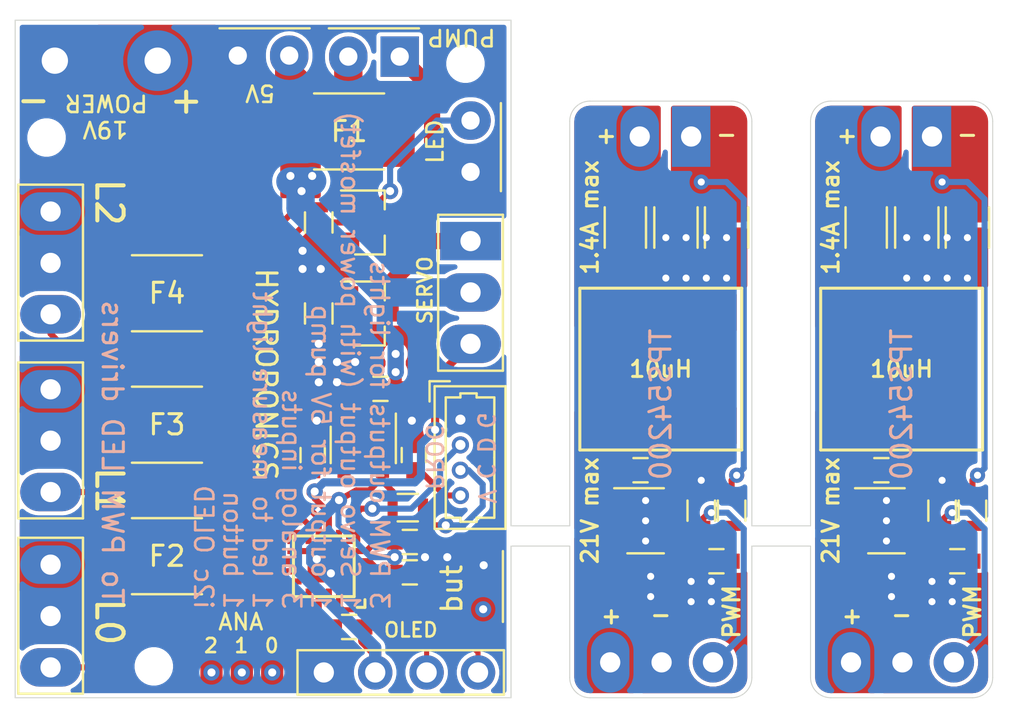
<source format=kicad_pcb>
(kicad_pcb (version 20171130) (host pcbnew "(5.0.0)")
  (layers (0 F.Cu signal) (31 B.Cu signal) (34 B.Paste user) (35 F.Paste user) (36 B.SilkS user) (37 F.SilkS user) (38 B.Mask user) (39 F.Mask user) (44 Edge.Cuts user))
  (net 0 "")
  (net 1 GND)
  (net 2 "Net-(C2-Pad1)")
  (net 3 /C2D)
  (net 4 /C2C)
  (net 5 /SDA)
  (net 6 /SCL)
  (net 7 /BUT)
  (net 8 "Net-(U2-Pad7)")
  (net 9 +5V)
  (net 10 +3V3)
  (net 11 "Net-(F1-Pad1)")
  (net 12 "Net-(F2-Pad1)")
  (net 13 +VDC)
  (net 14 "Net-(F3-Pad1)")
  (net 15 "Net-(F4-Pad1)")
  (net 16 "Net-(J2-Pad1)")
  (net 17 /LED)
  (net 18 "Net-(J7-Pad1)")
  (net 19 /SERVs)
  (net 20 /PWM0)
  (net 21 /PWM1)
  (net 22 /PWM2)
  (net 23 /SERVpwr)
  (net 24 /ANA0)
  (net 25 /ANA2)
  (net 26 /ANA1)
  (net 27 /PUMP)
  (net 28 "Net-(U2-Pad19)")
  (net 29 +12V)
  (net 30 /OUT1+)
  (net 31 /OUT1-)
  (net 32 "Net-(C3-Pad2)")
  (net 33 "Net-(C3-Pad1)")
  (net 34 "Net-(C4-Pad1)")
  (net 35 /PWMIN)
  (module TO_SOT_Packages_SMD:SOT-23-6 (layer F.Cu) (at 148.15 88.25)
    (fp_text reference U1 hide)
    (fp_text value TPS5420x)
    (pad 5 smd rect (at 1.1 0) (size 1.06 0.65) (layers F.Cu F.Paste F.Mask) (net 35 /PWMIN))
    (pad 6 smd rect (at 1.1 -0.95) (size 1.06 0.65) (layers F.Cu F.Paste F.Mask) (net 32 "Net-(C3-Pad2)"))
    (pad 4 smd rect (at 1.1 0.95) (size 1.06 0.65) (layers F.Cu F.Paste F.Mask) (net 34 "Net-(C4-Pad1)"))
    (pad 3 smd rect (at -1.1 0.95) (size 1.06 0.65) (layers F.Cu F.Paste F.Mask) (net 29 +12V))
    (pad 2 smd rect (at -1.1 0) (size 1.06 0.65) (layers F.Cu F.Paste F.Mask) (net 33 "Net-(C3-Pad1)"))
    (pad 1 smd rect (at -1.1 -0.95) (size 1.06 0.65) (layers F.Cu F.Paste F.Mask) (net 1 GND))
  )
  (module Capacitors_SMD:C_0603 (layer F.Cu) (at 147.9 85.75)
    (fp_text reference C3 hide)
    (fp_text value 100n)
    (pad 1 smd rect (at -0.75 0) (size 0.8 0.75) (layers F.Cu F.Paste F.Mask) (net 33 "Net-(C3-Pad1)"))
    (pad 2 smd rect (at 0.75 0) (size 0.8 0.75) (layers F.Cu F.Paste F.Mask) (net 32 "Net-(C3-Pad2)"))
  )
  (module Capacitors_SMD:C_1206 (layer F.Cu) (at 147.15 73.75 90)
    (fp_text reference C2 hide)
    (fp_text value 10uF)
    (pad 2 smd rect (at 1.5 0 90) (size 1 1.6) (layers F.Cu F.Paste F.Mask) (net 31 /OUT1-))
    (pad 1 smd rect (at -1.5 0 90) (size 1 1.6) (layers F.Cu F.Paste F.Mask) (net 30 /OUT1+))
  )
  (module Capacitors_SMD:C_0603 (layer F.Cu) (at 151.65 90.25 180)
    (fp_text reference C4 hide)
    (fp_text value 82n)
    (pad 1 smd rect (at -0.75 0 180) (size 0.8 0.75) (layers F.Cu F.Paste F.Mask) (net 34 "Net-(C4-Pad1)"))
    (pad 2 smd rect (at 0.75 0 180) (size 0.8 0.75) (layers F.Cu F.Paste F.Mask) (net 1 GND))
  )
  (module KiCadCustomLibs:Conn_1x02_2.54mm (layer F.Cu) (at 150.4 69.25 270)
    (fp_text reference J3 hide)
    (fp_text value LEDS hide)
    (pad 2 thru_hole oval (at 0 2.54 270) (size 3 1.9) (drill 1) (layers *.Cu *.Mask) (net 30 /OUT1+))
    (pad 1 thru_hole rect (at 0 0 270) (size 3 1.9) (drill 1) (layers *.Cu *.Mask) (net 31 /OUT1-))
  )
  (module Capacitors_SMD:C_1206 (layer F.Cu) (at 147.9 91.5)
    (fp_text reference C1 hide)
    (fp_text value 10uF)
    (pad 2 smd rect (at 1.5 0) (size 1 1.6) (layers F.Cu F.Paste F.Mask) (net 1 GND))
    (pad 1 smd rect (at -1.5 0) (size 1 1.6) (layers F.Cu F.Paste F.Mask) (net 29 +12V))
  )
  (module KiCadCustomLibs:NR8040_Inductor (layer F.Cu) (at 148.9 80.75 90)
    (fp_text reference L1 hide)
    (fp_text value 10uH (at 0 0 180) (layer F.SilkS) (effects (font (size 0.8 0.8))))
    (pad 1 smd rect (at -2.8 0 90) (size 1.8 7.5) (layers F.Cu F.Paste F.Mask) (net 33 "Net-(C3-Pad1)"))
    (pad 2 smd rect (at 2.8 0 90) (size 1.8 7.5) (layers F.Cu F.Paste F.Mask) (net 30 /OUT1+))
  )
  (module KiCadCustomLibs:Conn-1pinD1.0mm (layer F.Cu) (at 151.48 95.25 90)
    (fp_text reference J1 hide)
    (fp_text value PWM)
    (pad 1 thru_hole circle (at 0 0 90) (size 2 2) (drill 1) (layers *.Cu *.Mask) (net 35 /PWMIN))
  )
  (module Resistors_SMD:R_1206 (layer F.Cu) (at 149.65 73.75 90)
    (fp_text reference R2 hide)
    (fp_text value 0.24)
    (pad 2 smd rect (at 1.45 0 90) (size 0.9 1.7) (layers F.Cu F.Paste F.Mask) (net 31 /OUT1-))
    (pad 1 smd rect (at -1.45 0 90) (size 0.9 1.7) (layers F.Cu F.Paste F.Mask) (net 1 GND))
  )
  (module Resistors_SMD:R_0603 (layer F.Cu) (at 152.4 87.75 270)
    (fp_text reference R3 hide)
    (fp_text value 910)
    (pad 2 smd rect (at 0.75 0 270) (size 0.5 0.9) (layers F.Cu F.Paste F.Mask) (net 34 "Net-(C4-Pad1)"))
    (pad 1 smd rect (at -0.75 0 270) (size 0.5 0.9) (layers F.Cu F.Paste F.Mask) (net 31 /OUT1-))
  )
  (module Resistors_SMD:R_1206 (layer F.Cu) (at 152.15 73.75 90)
    (fp_text reference R1 hide)
    (fp_text value 0.36)
    (pad 1 smd rect (at -1.45 0 90) (size 0.9 1.7) (layers F.Cu F.Paste F.Mask) (net 1 GND))
    (pad 2 smd rect (at 1.45 0 90) (size 0.9 1.7) (layers F.Cu F.Paste F.Mask) (net 31 /OUT1-))
  )
  (module KiCadCustomLibs:Conn_1x02_2.54mm (layer F.Cu) (at 148.94 95.25 270)
    (fp_text reference J2 hide)
    (fp_text value PWR hide)
    (pad 2 thru_hole oval (at 0 2.54 270) (size 3 1.9) (drill 1) (layers *.Cu *.Mask) (net 29 +12V))
    (pad 1 thru_hole rect (at 0 0 270) (size 3 1.9) (drill 1) (layers *.Cu *.Mask) (net 1 GND))
  )
  (module Resistors_SMD:R_0603 (layer F.Cu) (at 150.9 87.75 270)
    (fp_text reference R4 hide)
    (fp_text value 10K)
    (pad 2 smd rect (at 0.75 0 270) (size 0.5 0.9) (layers F.Cu F.Paste F.Mask) (net 35 /PWMIN))
    (pad 1 smd rect (at -0.75 0 270) (size 0.5 0.9) (layers F.Cu F.Paste F.Mask) (net 1 GND))
  )
  (module KiCadCustomLibs:Conn_1x03_2.54mm (layer F.Cu) (at 106.85 78.04 180)
    (fp_text reference J10 hide)
    (fp_text value LIGHT2 hide)
    (pad 1 thru_hole oval (at 0 0 180) (size 3 1.9) (drill 1) (layers *.Cu *.Mask) (net 22 /PWM2))
    (pad 2 thru_hole rect (at 0 2.54 180) (size 3 1.9) (drill 1) (layers *.Cu *.Mask) (net 1 GND))
    (pad 3 thru_hole oval (at 0 5.08 180) (size 3 1.9) (drill 1) (layers *.Cu *.Mask) (net 15 "Net-(F4-Pad1)"))
  )
  (module KiCadCustomLibs:Conn_1x03_2.54mm (layer F.Cu) (at 106.85 86.83 180)
    (fp_text reference J9 hide)
    (fp_text value LIGHT1 hide)
    (pad 1 thru_hole oval (at 0 0 180) (size 3 1.9) (drill 1) (layers *.Cu *.Mask) (net 21 /PWM1))
    (pad 2 thru_hole rect (at 0 2.54 180) (size 3 1.9) (drill 1) (layers *.Cu *.Mask) (net 1 GND))
    (pad 3 thru_hole oval (at 0 5.08 180) (size 3 1.9) (drill 1) (layers *.Cu *.Mask) (net 14 "Net-(F3-Pad1)"))
  )
  (module KiCadCustomLibs:Conn_1x03_2.54mm (layer F.Cu) (at 106.85 95.5 180)
    (fp_text reference J8 hide)
    (fp_text value LIGHT0 hide)
    (pad 1 thru_hole oval (at 0 0 180) (size 3 1.9) (drill 1) (layers *.Cu *.Mask) (net 20 /PWM0))
    (pad 2 thru_hole rect (at 0 2.54 180) (size 3 1.9) (drill 1) (layers *.Cu *.Mask) (net 1 GND))
    (pad 3 thru_hole oval (at 0 5.08 180) (size 3 1.9) (drill 1) (layers *.Cu *.Mask) (net 12 "Net-(F2-Pad1)"))
  )
  (module KiCadCustomLibs:PROG-3pin (layer F.Cu) (at 116.3 95.75)
    (fp_text reference J11 hide)
    (fp_text value ANA (at -0.05 -2.5) (layer F.SilkS) (effects (font (size 0.8 0.8) (thickness 0.13))))
    (pad 1 smd oval (at 1.5 0) (size 1.1 1.5) (layers F.Cu F.Mask) (net 24 /ANA0))
    (pad 3 smd oval (at -1.5 0) (size 1.1 1.5) (layers F.Cu F.Mask) (net 25 /ANA2))
    (pad 2 smd oval (at 0 0) (size 1.1 1.5) (layers F.Cu F.Mask) (net 26 /ANA1))
  )
  (module KiCadCustomLibs:MountingHole_1.5mm (layer F.Cu) (at 127.35 65.65)
    (fp_text reference REF** hide)
    (fp_text value hole hide)
    (pad "" np_thru_hole circle (at 0 0) (size 1.5 1.5) (drill 1.5) (layers *.Cu *.Mask))
  )
  (module KiCadCustomLibs:MountingHole_1.5mm (layer F.Cu) (at 106.65 69.3)
    (fp_text reference REF** hide)
    (fp_text value hole hide)
    (pad "" np_thru_hole circle (at 0 0) (size 1.5 1.5) (drill 1.5) (layers *.Cu *.Mask))
  )
  (module KiCadCustomLibs:MountingHole_1.5mm (layer F.Cu) (at 111.95 95.45)
    (fp_text reference REF** hide)
    (fp_text value hole hide)
    (pad "" np_thru_hole circle (at 0 0) (size 1.5 1.5) (drill 1.5) (layers *.Cu *.Mask))
  )
  (module Pin_Headers:Pin_Header_Straight_1x04_Pitch2.54mm (layer F.Cu) (at 120.35 95.75 90)
    (fp_text reference J3 hide)
    (fp_text value OLED)
    (pad 1 thru_hole rect (at 0 0 90) (size 1.7 1.7) (drill 1) (layers *.Cu *.Mask) (net 1 GND))
    (pad 2 thru_hole oval (at 0 2.54 90) (size 1.7 1.7) (drill 1) (layers *.Cu *.Mask) (net 10 +3V3))
    (pad 3 thru_hole oval (at 0 5.08 90) (size 1.7 1.7) (drill 1) (layers *.Cu *.Mask) (net 6 /SCL))
    (pad 4 thru_hole oval (at 0 7.62 90) (size 1.7 1.7) (drill 1) (layers *.Cu *.Mask) (net 5 /SDA))
  )
  (module KiCadCustomLibs:Conn_1x03_2.54mm (layer F.Cu) (at 127.6 74.42)
    (fp_text reference J7 hide)
    (fp_text value SERVO hide)
    (pad 1 thru_hole rect (at 0 0) (size 3 1.9) (drill 1) (layers *.Cu *.Mask) (net 18 "Net-(J7-Pad1)"))
    (pad 2 thru_hole oval (at 0 2.54) (size 3 1.9) (drill 1) (layers *.Cu *.Mask) (net 9 +5V))
    (pad 3 thru_hole oval (at 0 5.08) (size 3 1.9) (drill 1) (layers *.Cu *.Mask) (net 19 /SERVs))
  )
  (module KiCadCustomLibs:QFN20 (layer F.Cu) (at 120.35 90.5 90)
    (fp_text reference U2 hide)
    (fp_text value EFM8BB1 hide)
    (pad 2 smd rect (at -0.75 1.45 90) (size 0.3 0.7) (layers F.Cu F.Paste F.Mask) (net 7 /BUT))
    (pad 3 smd rect (at -0.25 1.45 90) (size 0.3 0.7) (layers F.Cu F.Paste F.Mask) (net 1 GND))
    (pad 4 smd rect (at 0.25 1.45 90) (size 0.3 0.7) (layers F.Cu F.Paste F.Mask) (net 10 +3V3))
    (pad 5 smd rect (at 0.75 1.45 90) (size 0.3 0.7) (layers F.Cu F.Paste F.Mask) (net 4 /C2C))
    (pad 8 smd rect (at 1.45 0.25 180) (size 0.3 0.7) (layers F.Cu F.Paste F.Mask) (net 19 /SERVs))
    (pad 9 smd rect (at 1.45 -0.25 180) (size 0.3 0.7) (layers F.Cu F.Paste F.Mask) (net 23 /SERVpwr))
    (pad 7 smd rect (at 1.45 0.75 180) (size 0.3 0.7) (layers F.Cu F.Paste F.Mask) (net 8 "Net-(U2-Pad7)"))
    (pad 6 smd rect (at 1.45 1.45 90) (size 0.7 0.7) (layers F.Cu F.Paste F.Mask) (net 3 /C2D))
    (pad 10 smd rect (at 1.45 -0.75 180) (size 0.3 0.7) (layers F.Cu F.Paste F.Mask) (net 17 /LED))
    (pad 11 smd rect (at 1.45 -1.45 90) (size 0.7 0.7) (layers F.Cu F.Paste F.Mask) (net 27 /PUMP))
    (pad 12 smd rect (at 0.75 -1.45 90) (size 0.3 0.7) (layers F.Cu F.Paste F.Mask) (net 1 GND))
    (pad 17 smd rect (at -1.45 -0.75 180) (size 0.3 0.7) (layers F.Cu F.Paste F.Mask) (net 26 /ANA1))
    (pad 18 smd rect (at -1.45 -0.25 180) (size 0.3 0.7) (layers F.Cu F.Paste F.Mask) (net 24 /ANA0))
    (pad 19 smd rect (at -1.45 0.25 180) (size 0.3 0.7) (layers F.Cu F.Paste F.Mask) (net 28 "Net-(U2-Pad19)"))
    (pad 13 smd rect (at 0.25 -1.45 90) (size 0.3 0.7) (layers F.Cu F.Paste F.Mask) (net 22 /PWM2))
    (pad 15 smd rect (at -0.75 -1.45 90) (size 0.3 0.7) (layers F.Cu F.Paste F.Mask) (net 20 /PWM0))
    (pad 14 smd rect (at -0.25 -1.45 90) (size 0.3 0.7) (layers F.Cu F.Paste F.Mask) (net 21 /PWM1))
    (pad 20 smd rect (at -1.45 0.75 180) (size 0.3 0.7) (layers F.Cu F.Paste F.Mask) (net 6 /SCL))
    (pad 21 smd rect (at 0 0 90) (size 1.6 1.6) (layers F.Cu F.Paste F.Mask) (net 1 GND))
    (pad 16 smd rect (at -1.45 -1.45 90) (size 0.7 0.7) (layers F.Cu F.Paste F.Mask) (net 25 /ANA2))
    (pad 1 smd rect (at -1.45 1.45 90) (size 0.7 0.7) (layers F.Cu F.Paste F.Mask) (net 5 /SDA))
  )
  (module TO_SOT_Packages_SMD:SOT-23-5 (layer F.Cu) (at 122.3 84.5 270)
    (fp_text reference U1 hide)
    (fp_text value MIC5219-3.3 hide)
    (pad 1 smd rect (at -1.1 -0.95 270) (size 1.06 0.65) (layers F.Cu F.Paste F.Mask) (net 9 +5V))
    (pad 2 smd rect (at -1.1 0 270) (size 1.06 0.65) (layers F.Cu F.Paste F.Mask) (net 1 GND))
    (pad 3 smd rect (at -1.1 0.95 270) (size 1.06 0.65) (layers F.Cu F.Paste F.Mask) (net 9 +5V))
    (pad 4 smd rect (at 1.1 0.95 270) (size 1.06 0.65) (layers F.Cu F.Paste F.Mask) (net 2 "Net-(C2-Pad1)"))
    (pad 5 smd rect (at 1.1 -0.95 270) (size 1.06 0.65) (layers F.Cu F.Paste F.Mask) (net 10 +3V3))
  )
  (module KiCadCustomLibs:POWER2PIN_2 (layer F.Cu) (at 128.225 91.525 90)
    (fp_text reference SW2 hide)
    (fp_text value but (at -0.1 -1.55 90) (layer F.SilkS))
    (pad 2 smd rect (at 1.1 0 90) (size 1.5 1.5) (layers F.Cu F.Paste F.Mask) (net 1 GND))
    (pad 1 smd rect (at -1.1 0 90) (size 1.5 1.5) (layers F.Cu F.Paste F.Mask) (net 7 /BUT))
  )
  (module Resistors_SMD:R_0603 (layer F.Cu) (at 120.1 78 270)
    (fp_text reference R3 hide)
    (fp_text value 10K hide)
    (pad 1 smd rect (at -0.75 0 270) (size 0.5 0.9) (layers F.Cu F.Paste F.Mask) (net 23 /SERVpwr))
    (pad 2 smd rect (at 0.75 0 270) (size 0.5 0.9) (layers F.Cu F.Paste F.Mask) (net 1 GND))
  )
  (module Resistors_SMD:R_0603 (layer F.Cu) (at 120.1 73.5 270)
    (fp_text reference R2 hide)
    (fp_text value 10K hide)
    (pad 1 smd rect (at -0.75 0 270) (size 0.5 0.9) (layers F.Cu F.Paste F.Mask) (net 27 /PUMP))
    (pad 2 smd rect (at 0.75 0 270) (size 0.5 0.9) (layers F.Cu F.Paste F.Mask) (net 1 GND))
  )
  (module Resistors_SMD:R_0603 (layer F.Cu) (at 124.5 87.6)
    (fp_text reference R1 hide)
    (fp_text value 10K hide)
    (pad 1 smd rect (at -0.75 0) (size 0.5 0.9) (layers F.Cu F.Paste F.Mask) (net 10 +3V3))
    (pad 2 smd rect (at 0.75 0) (size 0.5 0.9) (layers F.Cu F.Paste F.Mask) (net 4 /C2C))
  )
  (module TO_SOT_Packages_SMD:SOT-23 (layer F.Cu) (at 122.6 73.5)
    (fp_text reference Q2 hide)
    (fp_text value SI2312 hide)
    (pad 1 smd rect (at -1 -0.95) (size 0.9 0.8) (layers F.Cu F.Paste F.Mask) (net 27 /PUMP))
    (pad 2 smd rect (at -1 0.95) (size 0.9 0.8) (layers F.Cu F.Paste F.Mask) (net 1 GND))
    (pad 3 smd rect (at 1 0) (size 0.9 0.8) (layers F.Cu F.Paste F.Mask) (net 16 "Net-(J2-Pad1)"))
  )
  (module TO_SOT_Packages_SMD:SOT-23 (layer F.Cu) (at 122.6 78)
    (fp_text reference Q1 hide)
    (fp_text value SI2312 hide)
    (pad 1 smd rect (at -1 -0.95) (size 0.9 0.8) (layers F.Cu F.Paste F.Mask) (net 23 /SERVpwr))
    (pad 2 smd rect (at -1 0.95) (size 0.9 0.8) (layers F.Cu F.Paste F.Mask) (net 1 GND))
    (pad 3 smd rect (at 1 0) (size 0.9 0.8) (layers F.Cu F.Paste F.Mask) (net 18 "Net-(J7-Pad1)"))
  )
  (module KiCadCustomLibs:Conn_1x02_2.54_0.9mm (layer F.Cu) (at 127.6 71 180)
    (fp_text reference J6 hide)
    (fp_text value LEDsens hide)
    (pad 2 thru_hole oval (at 0 2.54 180) (size 2 1.9) (drill 0.9) (layers *.Cu *.Mask) (net 17 /LED))
    (pad 1 thru_hole rect (at 0 0 180) (size 2 1.9) (drill 0.9) (layers *.Cu *.Mask) (net 1 GND))
  )
  (module Connectors_Molex:Molex_PicoBlade_53047-0410_04x1.25mm_Straight (layer F.Cu) (at 127.1 83.25 270)
    (fp_text reference J5 hide)
    (fp_text value PROG)
    (pad 1 thru_hole rect (at 0 0 270) (size 0.85 0.85) (drill 0.5) (layers *.Cu *.Mask) (net 1 GND))
    (pad 2 thru_hole circle (at 1.25 0 270) (size 0.85 0.85) (drill 0.5) (layers *.Cu *.Mask) (net 3 /C2D))
    (pad 3 thru_hole circle (at 2.5 0 270) (size 0.85 0.85) (drill 0.5) (layers *.Cu *.Mask) (net 4 /C2C))
    (pad 4 thru_hole circle (at 3.75 0 270) (size 0.85 0.85) (drill 0.5) (layers *.Cu *.Mask) (net 10 +3V3))
  )
  (module KiCadCustomLibs:Conn_1x02_2.54_0.9mm (layer F.Cu) (at 116.1 65.25 90)
    (fp_text reference J4 hide)
    (fp_text value 5VDC hide)
    (pad 2 thru_hole oval (at 0 2.54 90) (size 2 1.9) (drill 0.9) (layers *.Cu *.Mask) (net 9 +5V))
    (pad 1 thru_hole rect (at 0 0 90) (size 2 1.9) (drill 0.9) (layers *.Cu *.Mask) (net 1 GND))
  )
  (module KiCadCustomLibs:Conn_1x02_2.54_0.9mm (layer F.Cu) (at 124.1 65.3 270)
    (fp_text reference J2 hide)
    (fp_text value PUMP hide)
    (pad 2 thru_hole oval (at 0 2.54 270) (size 2 1.9) (drill 0.9) (layers *.Cu *.Mask) (net 11 "Net-(F1-Pad1)"))
    (pad 1 thru_hole rect (at 0 0 270) (size 2 1.9) (drill 0.9) (layers *.Cu *.Mask) (net 16 "Net-(J2-Pad1)"))
  )
  (module KiCadCustomLibs:Conn_Power (layer F.Cu) (at 109.6 65.5)
    (fp_text reference J1 hide)
    (fp_text value POWER (at 0 2.1 180 unlocked) (layer F.SilkS) (effects (font (size 0.8 0.8) (thickness 0.13))))
    (pad 2 thru_hole circle (at 2.54 0) (size 3 3) (drill 1.3) (layers *.Cu *.Mask) (net 13 +VDC))
    (pad 1 thru_hole rect (at -2.54 0) (size 3 3) (drill 1.3) (layers *.Cu *.Mask) (net 1 GND))
  )
  (module Resistors_SMD:R_1812 (layer F.Cu) (at 112.6 77)
    (fp_text reference F4 (at 0 0) (layer F.SilkS))
    (fp_text value F1.5 hide)
    (pad 1 smd rect (at -2.44 0) (size 1.6 3.5) (layers F.Cu F.Paste F.Mask) (net 15 "Net-(F4-Pad1)"))
    (pad 2 smd rect (at 2.44 0) (size 1.6 3.5) (layers F.Cu F.Paste F.Mask) (net 13 +VDC))
  )
  (module Resistors_SMD:R_1812 (layer F.Cu) (at 112.6 83.5)
    (fp_text reference F3 (at 0 0) (layer F.SilkS))
    (fp_text value F1.5 hide)
    (pad 1 smd rect (at -2.44 0) (size 1.6 3.5) (layers F.Cu F.Paste F.Mask) (net 14 "Net-(F3-Pad1)"))
    (pad 2 smd rect (at 2.44 0) (size 1.6 3.5) (layers F.Cu F.Paste F.Mask) (net 13 +VDC))
  )
  (module Resistors_SMD:R_1812 (layer F.Cu) (at 112.6 90)
    (fp_text reference F2 (at 0 0) (layer F.SilkS))
    (fp_text value F1.5 hide)
    (pad 1 smd rect (at -2.44 0) (size 1.6 3.5) (layers F.Cu F.Paste F.Mask) (net 12 "Net-(F2-Pad1)"))
    (pad 2 smd rect (at 2.44 0) (size 1.6 3.5) (layers F.Cu F.Paste F.Mask) (net 13 +VDC))
  )
  (module Resistors_SMD:R_1812 (layer F.Cu) (at 121.6 69 180)
    (fp_text reference F1 (at 0 0) (layer F.SilkS))
    (fp_text value F0.75 hide)
    (pad 1 smd rect (at -2.44 0 180) (size 1.6 3.5) (layers F.Cu F.Paste F.Mask) (net 11 "Net-(F1-Pad1)"))
    (pad 2 smd rect (at 2.44 0 180) (size 1.6 3.5) (layers F.Cu F.Paste F.Mask) (net 9 +5V))
  )
  (module Capacitors_SMD:C_0603 (layer F.Cu) (at 121.6 93.5 180)
    (fp_text reference C6 hide)
    (fp_text value 10uf hide)
    (pad 2 smd rect (at 0.75 0 180) (size 0.8 0.75) (layers F.Cu F.Paste F.Mask) (net 1 GND))
    (pad 1 smd rect (at -0.75 0 180) (size 0.8 0.75) (layers F.Cu F.Paste F.Mask) (net 10 +3V3))
  )
  (module Capacitors_SMD:C_0603 (layer F.Cu) (at 124.8 85 90)
    (fp_text reference C5 hide)
    (fp_text value 2uf hide)
    (pad 2 smd rect (at 0.75 0 90) (size 0.8 0.75) (layers F.Cu F.Paste F.Mask) (net 1 GND))
    (pad 1 smd rect (at -0.75 0 90) (size 0.8 0.75) (layers F.Cu F.Paste F.Mask) (net 10 +3V3))
  )
  (module Capacitors_SMD:C_0603 (layer F.Cu) (at 124.6 90.8)
    (fp_text reference C4 hide)
    (fp_text value 100n hide)
    (pad 2 smd rect (at 0.75 0) (size 0.8 0.75) (layers F.Cu F.Paste F.Mask) (net 1 GND))
    (pad 1 smd rect (at -0.75 0) (size 0.8 0.75) (layers F.Cu F.Paste F.Mask) (net 10 +3V3))
  )
  (module Capacitors_SMD:C_0603 (layer F.Cu) (at 124.6 89.3)
    (fp_text reference C3 hide)
    (fp_text value 2uf hide)
    (pad 2 smd rect (at 0.75 0) (size 0.8 0.75) (layers F.Cu F.Paste F.Mask) (net 1 GND))
    (pad 1 smd rect (at -0.75 0) (size 0.8 0.75) (layers F.Cu F.Paste F.Mask) (net 10 +3V3))
  )
  (module Capacitors_SMD:C_0603 (layer F.Cu) (at 119.8 85 90)
    (fp_text reference C2 hide)
    (fp_text value 470p hide)
    (pad 2 smd rect (at 0.75 0 90) (size 0.8 0.75) (layers F.Cu F.Paste F.Mask) (net 1 GND))
    (pad 1 smd rect (at -0.75 0 90) (size 0.8 0.75) (layers F.Cu F.Paste F.Mask) (net 2 "Net-(C2-Pad1)"))
  )
  (module Capacitors_SMD:C_0603 (layer F.Cu) (at 123.15 81.725 180)
    (fp_text reference C1 hide)
    (fp_text value 1uf hide)
    (pad 2 smd rect (at 0.75 0 180) (size 0.8 0.75) (layers F.Cu F.Paste F.Mask) (net 1 GND))
    (pad 1 smd rect (at -0.75 0 180) (size 0.8 0.75) (layers F.Cu F.Paste F.Mask) (net 9 +5V))
  )
  (module Capacitors_SMD:C_1206 (layer F.Cu) (at 136 91.5)
    (fp_text reference C1 hide)
    (fp_text value 10uF)
    (pad 1 smd rect (at -1.5 0) (size 1 1.6) (layers F.Cu F.Paste F.Mask) (net 29 +12V))
    (pad 2 smd rect (at 1.5 0) (size 1 1.6) (layers F.Cu F.Paste F.Mask) (net 1 GND))
  )
  (module KiCadCustomLibs:Conn_1x02_2.54mm (layer F.Cu) (at 138.5 69.25 270)
    (fp_text reference J3 hide)
    (fp_text value LEDS hide)
    (pad 1 thru_hole rect (at 0 0 270) (size 3 1.9) (drill 1) (layers *.Cu *.Mask) (net 31 /OUT1-))
    (pad 2 thru_hole oval (at 0 2.54 270) (size 3 1.9) (drill 1) (layers *.Cu *.Mask) (net 30 /OUT1+))
  )
  (module KiCadCustomLibs:Conn_1x02_2.54mm (layer F.Cu) (at 137.04 95.25 270)
    (fp_text reference J2 hide)
    (fp_text value PWR hide)
    (pad 1 thru_hole rect (at 0 0 270) (size 3 1.9) (drill 1) (layers *.Cu *.Mask) (net 1 GND))
    (pad 2 thru_hole oval (at 0 2.54 270) (size 3 1.9) (drill 1) (layers *.Cu *.Mask) (net 29 +12V))
  )
  (module KiCadCustomLibs:Conn-1pinD1.0mm (layer F.Cu) (at 139.58 95.25 90)
    (fp_text reference J1 hide)
    (fp_text value PWM)
    (pad 1 thru_hole circle (at 0 0 90) (size 2 2) (drill 1) (layers *.Cu *.Mask) (net 35 /PWMIN))
  )
  (module Resistors_SMD:R_0603 (layer F.Cu) (at 139 87.75 270)
    (fp_text reference R4 hide)
    (fp_text value 10K)
    (pad 1 smd rect (at -0.75 0 270) (size 0.5 0.9) (layers F.Cu F.Paste F.Mask) (net 1 GND))
    (pad 2 smd rect (at 0.75 0 270) (size 0.5 0.9) (layers F.Cu F.Paste F.Mask) (net 35 /PWMIN))
  )
  (module Resistors_SMD:R_1206 (layer F.Cu) (at 137.75 73.75 90)
    (fp_text reference R2 hide)
    (fp_text value 0.24)
    (pad 1 smd rect (at -1.45 0 90) (size 0.9 1.7) (layers F.Cu F.Paste F.Mask) (net 1 GND))
    (pad 2 smd rect (at 1.45 0 90) (size 0.9 1.7) (layers F.Cu F.Paste F.Mask) (net 31 /OUT1-))
  )
  (module Resistors_SMD:R_1206 (layer F.Cu) (at 140.25 73.75 90)
    (fp_text reference R1 hide)
    (fp_text value 0.36)
    (pad 2 smd rect (at 1.45 0 90) (size 0.9 1.7) (layers F.Cu F.Paste F.Mask) (net 31 /OUT1-))
    (pad 1 smd rect (at -1.45 0 90) (size 0.9 1.7) (layers F.Cu F.Paste F.Mask) (net 1 GND))
  )
  (module TO_SOT_Packages_SMD:SOT-23-6 (layer F.Cu) (at 136.25 88.25)
    (fp_text reference U1 hide)
    (fp_text value TPS5420x)
    (pad 1 smd rect (at -1.1 -0.95) (size 1.06 0.65) (layers F.Cu F.Paste F.Mask) (net 1 GND))
    (pad 2 smd rect (at -1.1 0) (size 1.06 0.65) (layers F.Cu F.Paste F.Mask) (net 33 "Net-(C3-Pad1)"))
    (pad 3 smd rect (at -1.1 0.95) (size 1.06 0.65) (layers F.Cu F.Paste F.Mask) (net 29 +12V))
    (pad 4 smd rect (at 1.1 0.95) (size 1.06 0.65) (layers F.Cu F.Paste F.Mask) (net 34 "Net-(C4-Pad1)"))
    (pad 6 smd rect (at 1.1 -0.95) (size 1.06 0.65) (layers F.Cu F.Paste F.Mask) (net 32 "Net-(C3-Pad2)"))
    (pad 5 smd rect (at 1.1 0) (size 1.06 0.65) (layers F.Cu F.Paste F.Mask) (net 35 /PWMIN))
  )
  (module Resistors_SMD:R_0603 (layer F.Cu) (at 140.5 87.75 270)
    (fp_text reference R3 hide)
    (fp_text value 910)
    (pad 1 smd rect (at -0.75 0 270) (size 0.5 0.9) (layers F.Cu F.Paste F.Mask) (net 31 /OUT1-))
    (pad 2 smd rect (at 0.75 0 270) (size 0.5 0.9) (layers F.Cu F.Paste F.Mask) (net 34 "Net-(C4-Pad1)"))
  )
  (module KiCadCustomLibs:NR8040_Inductor (layer F.Cu) (at 137 80.75 90)
    (fp_text reference L1 hide)
    (fp_text value 10uH (at 0 0 180) (layer F.SilkS) (effects (font (size 0.8 0.8))))
    (pad 2 smd rect (at 2.8 0 90) (size 1.8 7.5) (layers F.Cu F.Paste F.Mask) (net 30 /OUT1+))
    (pad 1 smd rect (at -2.8 0 90) (size 1.8 7.5) (layers F.Cu F.Paste F.Mask) (net 33 "Net-(C3-Pad1)"))
  )
  (module Capacitors_SMD:C_1206 (layer F.Cu) (at 135.25 73.75 90)
    (fp_text reference C2 hide)
    (fp_text value 10uF)
    (pad 1 smd rect (at -1.5 0 90) (size 1 1.6) (layers F.Cu F.Paste F.Mask) (net 30 /OUT1+))
    (pad 2 smd rect (at 1.5 0 90) (size 1 1.6) (layers F.Cu F.Paste F.Mask) (net 31 /OUT1-))
  )
  (module Capacitors_SMD:C_0603 (layer F.Cu) (at 139.75 90.25 180)
    (fp_text reference C4 hide)
    (fp_text value 82n)
    (pad 2 smd rect (at 0.75 0 180) (size 0.8 0.75) (layers F.Cu F.Paste F.Mask) (net 1 GND))
    (pad 1 smd rect (at -0.75 0 180) (size 0.8 0.75) (layers F.Cu F.Paste F.Mask) (net 34 "Net-(C4-Pad1)"))
  )
  (module Capacitors_SMD:C_0603 (layer F.Cu) (at 136 85.75)
    (fp_text reference C3 hide)
    (fp_text value 100n)
    (pad 2 smd rect (at 0.75 0) (size 0.8 0.75) (layers F.Cu F.Paste F.Mask) (net 32 "Net-(C3-Pad2)"))
    (pad 1 smd rect (at -0.75 0) (size 0.8 0.75) (layers F.Cu F.Paste F.Mask) (net 33 "Net-(C3-Pad1)"))
  )
  (gr_line (start 141.5 89.5) (end 141.5 96) (layer Edge.Cuts) (width 0.05))
  (gr_arc (start 145.4 96) (end 144.4 96) (angle -90) (layer Edge.Cuts) (width 0.05))
  (gr_arc (start 145.4 68.5) (end 145.4 67.5) (angle -90) (layer Edge.Cuts) (width 0.05))
  (gr_line (start 145.4 67.5) (end 152.4 67.5) (layer Edge.Cuts) (width 0.05))
  (gr_arc (start 152.4 68.5) (end 153.4 68.5) (angle -90) (layer Edge.Cuts) (width 0.05))
  (gr_arc (start 152.4 96) (end 152.4 97) (angle -90) (layer Edge.Cuts) (width 0.05))
  (gr_line (start 152.4 97) (end 145.4 97) (layer Edge.Cuts) (width 0.05))
  (gr_line (start 144.4 88.5) (end 144.4 68.5) (layer Edge.Cuts) (width 0.05))
  (gr_line (start 144.4 88.5) (end 141.5 88.5) (layer Edge.Cuts) (width 0.05))
  (gr_line (start 153.4 96) (end 153.4 68.5) (layer Edge.Cuts) (width 0.05))
  (gr_text PWM (at 152.4 92.75 90) (layer F.SilkS) (effects (font (size 0.8 0.8))))
  (gr_text - (at 148.9 93 180) (layer F.SilkS) (effects (font (size 0.8 0.8))))
  (gr_text "21V max" (at 145.4 87.75 90) (layer F.SilkS) (effects (font (size 0.8 0.8))))
  (gr_text - (at 152.15 69.25 180) (layer F.SilkS) (effects (font (size 0.8 0.8))))
  (gr_text TPS54200 (at 148.9 82.5 90) (layer B.SilkS) (effects (font (size 1 1)) (justify mirror)))
  (gr_text "1.4A max" (at 145.4 73.25 90) (layer F.SilkS) (effects (font (size 0.8 0.8))))
  (gr_text + (at 146.4 93 90) (layer F.SilkS) (effects (font (size 0.8 0.8))))
  (gr_text + (at 146.15 69.25 90) (layer F.SilkS) (effects (font (size 0.8 0.8))))
  (gr_line (start 144.4 89.5) (end 144.4 96) (layer Edge.Cuts) (width 0.05))
  (gr_line (start 141.5 89.5) (end 144.4 89.5) (layer Edge.Cuts) (width 0.05))
  (gr_line (start 141.5 88.5) (end 141.5 68.5) (layer Edge.Cuts) (width 0.05))
  (gr_line (start 129.6 89.5) (end 129.6 97) (layer Edge.Cuts) (width 0.05))
  (gr_line (start 132.5 88.5) (end 129.6 88.5) (layer Edge.Cuts) (width 0.05))
  (gr_line (start 132.5 88.5) (end 132.5 68.5) (layer Edge.Cuts) (width 0.05))
  (gr_line (start 132.5 89.5) (end 132.5 96) (layer Edge.Cuts) (width 0.05))
  (gr_line (start 129.6 89.5) (end 132.5 89.5) (layer Edge.Cuts) (width 0.05))
  (gr_text PROG (at 125.8 85.1 -90) (layer B.SilkS) (effects (font (size 0.8 0.8) (thickness 0.13)) (justify mirror)))
  (gr_text V (at 128.4 87.05 -90) (layer B.SilkS) (effects (font (size 0.8 0.8) (thickness 0.13)) (justify mirror)))
  (gr_text C (at 128.35 85.8 -90) (layer B.SilkS) (effects (font (size 0.8 0.8) (thickness 0.13)) (justify mirror)))
  (gr_text G (at 128.35 83.3 -90) (layer B.SilkS) (effects (font (size 0.8 0.8) (thickness 0.13)) (justify mirror)))
  (gr_text D (at 128.35 84.5 270) (layer B.SilkS) (effects (font (size 0.8 0.8) (thickness 0.13)) (justify mirror)))
  (gr_text "3 PWM outputs for lights\n1 Servo output (with power mosfet)\n1 output for 5V pump\n3 analog inputs\n1 led to measure light\n1 button\ni2c OLED" (at 118.75 92.7 -90) (layer B.SilkS) (effects (font (size 0.9 0.9) (thickness 0.13)) (justify left mirror)))
  (gr_text "To PWM LED drivers" (at 109.9 84.85 270) (layer B.SilkS) (effects (font (size 1 1)) (justify mirror)))
  (gr_text HYDROPONICS (at 117.5 81 270) (layer F.SilkS) (effects (font (size 1 1))))
  (gr_text 19V (at 109.55 68.9 180) (layer F.SilkS) (effects (font (size 0.8 0.8) (thickness 0.13))))
  (gr_text 5V (at 117.2 67.1 180) (layer F.SilkS) (effects (font (size 0.8 0.8) (thickness 0.13))))
  (gr_text L0 (at 109.75 93.25 -90) (layer F.SilkS) (effects (font (size 1.3 1.3) (thickness 0.2))))
  (gr_text L1 (at 109.75 86.75 270) (layer F.SilkS) (effects (font (size 1.3 1.3) (thickness 0.2))))
  (gr_text L2 (at 109.75 72.5 -90) (layer F.SilkS) (effects (font (size 1.3 1.3) (thickness 0.2))))
  (gr_line (start 115.2 63.9) (end 119.65 63.9) (layer F.SilkS) (width 0.12))
  (gr_line (start 120.6 63.9) (end 125.05 63.9) (layer F.SilkS) (width 0.12))
  (gr_line (start 129.1 67.6) (end 129.1 71.95) (layer F.SilkS) (width 0.12))
  (gr_line (start 129.2 89.75) (end 129.2 93.25) (layer F.SilkS) (width 0.12))
  (gr_text SERVO (at 125.35 76.85 90) (layer F.SilkS) (effects (font (size 0.7 0.7) (thickness 0.13))))
  (gr_text OLED (at 124.65 93.65) (layer F.SilkS) (effects (font (size 0.7 0.7) (thickness 0.13))))
  (gr_text 2 (at 114.775 94.425) (layer F.SilkS) (effects (font (size 0.7 0.7) (thickness 0.13))))
  (gr_text 1 (at 116.275 94.425) (layer F.SilkS) (effects (font (size 0.7 0.7) (thickness 0.13))))
  (gr_text 0 (at 117.775 94.425) (layer F.SilkS) (effects (font (size 0.7 0.7) (thickness 0.13))))
  (gr_text - (at 106 67.6 180) (layer F.SilkS) (effects (font (size 1.3 1.3) (thickness 0.2))))
  (gr_text + (at 113.55 67.625 180) (layer F.SilkS) (effects (font (size 1.3 1.3) (thickness 0.2))))
  (gr_text PUMP (at 127.15 64.35 180) (layer F.SilkS) (effects (font (size 0.8 0.8) (thickness 0.13))))
  (gr_text LED (at 125.85 69.5 90) (layer F.SilkS) (effects (font (size 0.8 0.8) (thickness 0.13))))
  (gr_line (start 129.6 97) (end 105.1 97) (layer Edge.Cuts) (width 0.05))
  (gr_line (start 129.6 63.5) (end 129.6 88.5) (layer Edge.Cuts) (width 0.05))
  (gr_line (start 105.1 63.5) (end 129.6 63.5) (layer Edge.Cuts) (width 0.05))
  (gr_line (start 105.1 97) (end 105.1 63.5) (layer Edge.Cuts) (width 0.05))
  (gr_text TPS54200 (at 137 82.5 90) (layer B.SilkS) (effects (font (size 1 1)) (justify mirror)))
  (gr_arc (start 133.5 68.5) (end 133.5 67.5) (angle -90) (layer Edge.Cuts) (width 0.05))
  (gr_arc (start 140.5 68.5) (end 141.5 68.5) (angle -90) (layer Edge.Cuts) (width 0.05))
  (gr_arc (start 140.5 96) (end 140.5 97) (angle -90) (layer Edge.Cuts) (width 0.05))
  (gr_arc (start 133.5 96) (end 132.5 96) (angle -90) (layer Edge.Cuts) (width 0.05))
  (gr_text - (at 140.25 69.25 180) (layer F.SilkS) (effects (font (size 0.8 0.8))))
  (gr_text + (at 134.25 69.25 90) (layer F.SilkS) (effects (font (size 0.8 0.8))))
  (gr_text "1.4A max" (at 133.5 73.25 90) (layer F.SilkS) (effects (font (size 0.8 0.8))))
  (gr_text "21V max" (at 133.5 87.75 90) (layer F.SilkS) (effects (font (size 0.8 0.8))))
  (gr_text - (at 137 93 180) (layer F.SilkS) (effects (font (size 0.8 0.8))))
  (gr_text + (at 134.5 93 90) (layer F.SilkS) (effects (font (size 0.8 0.8))))
  (gr_text PWM (at 140.5 92.75 90) (layer F.SilkS) (effects (font (size 0.8 0.8))))
  (gr_line (start 140.5 97) (end 133.5 97) (layer Edge.Cuts) (width 0.05))
  (gr_line (start 133.5 67.5) (end 140.5 67.5) (layer Edge.Cuts) (width 0.05))
  (via (at 120.7 90.85) (size 0.8) (drill 0.4) (layers F.Cu B.Cu) (net 1))
  (via (at 120 90.15) (size 0.8) (drill 0.4) (layers F.Cu B.Cu) (net 1))
  (via (at 128.25 90.45) (size 0.8) (drill 0.4) (layers F.Cu B.Cu) (net 1))
  (segment (start 125.35 89.3) (end 125.35 90.05) (width 0.6) (layer F.Cu) (net 1))
  (segment (start 119.6 89.75) (end 120.35 90.5) (width 0.3) (layer F.Cu) (net 1))
  (segment (start 118.9 89.75) (end 119.6 89.75) (width 0.3) (layer F.Cu) (net 1))
  (segment (start 120.8 90.75) (end 120.7 90.85) (width 0.3) (layer F.Cu) (net 1))
  (segment (start 121.8 90.75) (end 120.8 90.75) (width 0.3) (layer F.Cu) (net 1))
  (segment (start 120.85 93.5) (end 120.85 94.15) (width 0.6) (layer F.Cu) (net 1))
  (segment (start 120.35 94.65) (end 120.35 95.75) (width 0.6) (layer F.Cu) (net 1))
  (segment (start 120.85 94.15) (end 120.35 94.65) (width 0.6) (layer F.Cu) (net 1))
  (segment (start 125.35 90.05) (end 125.35 90.8) (width 0.6) (layer F.Cu) (net 1))
  (via (at 125.35 90.05) (size 0.8) (drill 0.4) (layers F.Cu B.Cu) (net 1))
  (via (at 126.45 90.05) (size 0.8) (drill 0.4) (layers F.Cu B.Cu) (net 1))
  (via (at 119.3 74.9) (size 0.8) (drill 0.4) (layers F.Cu B.Cu) (net 1))
  (via (at 119.3 75.8) (size 0.8) (drill 0.4) (layers F.Cu B.Cu) (net 1))
  (via (at 120.2 75.8) (size 0.8) (drill 0.4) (layers F.Cu B.Cu) (net 1))
  (via (at 120.1 79.5) (size 0.8) (drill 0.4) (layers F.Cu B.Cu) (net 1))
  (via (at 120.1 80.4) (size 0.8) (drill 0.4) (layers F.Cu B.Cu) (net 1))
  (via (at 121 80.4) (size 0.8) (drill 0.4) (layers F.Cu B.Cu) (net 1))
  (via (at 121.9 80.4) (size 0.8) (drill 0.4) (layers F.Cu B.Cu) (net 1))
  (via (at 121 81.4) (size 0.8) (drill 0.4) (layers F.Cu B.Cu) (net 1))
  (via (at 120.1 81.4) (size 0.8) (drill 0.4) (layers F.Cu B.Cu) (net 1))
  (via (at 120 83.3) (size 0.8) (drill 0.4) (layers F.Cu B.Cu) (net 1))
  (via (at 124.7 83.3) (size 0.8) (drill 0.4) (layers F.Cu B.Cu) (net 1))
  (via (at 137.25 76.25) (size 0.75) (drill 0.35) (layers F.Cu B.Cu) (net 1))
  (via (at 138.25 76.25) (size 0.75) (drill 0.35) (layers F.Cu B.Cu) (net 1))
  (via (at 139.25 76.25) (size 0.75) (drill 0.35) (layers F.Cu B.Cu) (net 1))
  (via (at 140.25 76.25) (size 0.75) (drill 0.35) (layers F.Cu B.Cu) (net 1))
  (via (at 137.25 74.25) (size 0.75) (drill 0.35) (layers F.Cu B.Cu) (net 1))
  (via (at 138.25 74.25) (size 0.75) (drill 0.35) (layers F.Cu B.Cu) (net 1))
  (via (at 139.25 74.25) (size 0.75) (drill 0.35) (layers F.Cu B.Cu) (net 1))
  (via (at 140.25 74.25) (size 0.75) (drill 0.35) (layers F.Cu B.Cu) (net 1))
  (via (at 136.25 87.25) (size 0.7) (drill 0.35) (layers F.Cu B.Cu) (net 1))
  (via (at 139 86.25) (size 0.75) (drill 0.35) (layers F.Cu B.Cu) (net 1))
  (via (at 138.5 91.25) (size 0.75) (drill 0.35) (layers F.Cu B.Cu) (net 1))
  (via (at 138.5 92.25) (size 0.75) (drill 0.35) (layers F.Cu B.Cu) (net 1))
  (via (at 139.5 91.25) (size 0.75) (drill 0.35) (layers F.Cu B.Cu) (net 1))
  (via (at 139.5 92.25) (size 0.75) (drill 0.35) (layers F.Cu B.Cu) (net 1))
  (via (at 136.5 92) (size 0.75) (drill 0.35) (layers F.Cu B.Cu) (net 1))
  (via (at 136.5 91) (size 0.75) (drill 0.35) (layers F.Cu B.Cu) (net 1))
  (via (at 136.25 88.25) (size 0.7) (drill 0.35) (layers F.Cu B.Cu) (net 1))
  (via (at 136.25 89.25) (size 0.7) (drill 0.35) (layers F.Cu B.Cu) (net 1))
  (segment (start 136.2 87.3) (end 136.25 87.25) (width 0.5) (layer F.Cu) (net 1))
  (segment (start 135.15 87.3) (end 136.2 87.3) (width 0.5) (layer F.Cu) (net 1))
  (segment (start 139 87) (end 139 86.25) (width 0.5) (layer F.Cu) (net 1))
  (via (at 150.4 92.25) (size 0.75) (drill 0.35) (layers F.Cu B.Cu) (net 1))
  (via (at 149.15 74.25) (size 0.75) (drill 0.35) (layers F.Cu B.Cu) (net 1))
  (via (at 150.15 74.25) (size 0.75) (drill 0.35) (layers F.Cu B.Cu) (net 1))
  (via (at 151.4 91.25) (size 0.75) (drill 0.35) (layers F.Cu B.Cu) (net 1))
  (via (at 151.4 92.25) (size 0.75) (drill 0.35) (layers F.Cu B.Cu) (net 1))
  (via (at 148.4 91) (size 0.75) (drill 0.35) (layers F.Cu B.Cu) (net 1))
  (via (at 148.15 89.25) (size 0.7) (drill 0.35) (layers F.Cu B.Cu) (net 1))
  (via (at 151.15 74.25) (size 0.75) (drill 0.35) (layers F.Cu B.Cu) (net 1))
  (via (at 152.15 74.25) (size 0.75) (drill 0.35) (layers F.Cu B.Cu) (net 1))
  (via (at 148.15 87.25) (size 0.7) (drill 0.35) (layers F.Cu B.Cu) (net 1))
  (via (at 150.15 76.25) (size 0.75) (drill 0.35) (layers F.Cu B.Cu) (net 1))
  (via (at 150.9 86.25) (size 0.75) (drill 0.35) (layers F.Cu B.Cu) (net 1))
  (via (at 150.4 91.25) (size 0.75) (drill 0.35) (layers F.Cu B.Cu) (net 1))
  (via (at 152.15 76.25) (size 0.75) (drill 0.35) (layers F.Cu B.Cu) (net 1))
  (via (at 148.4 92) (size 0.75) (drill 0.35) (layers F.Cu B.Cu) (net 1))
  (via (at 148.15 88.25) (size 0.7) (drill 0.35) (layers F.Cu B.Cu) (net 1))
  (via (at 149.15 76.25) (size 0.75) (drill 0.35) (layers F.Cu B.Cu) (net 1))
  (via (at 151.15 76.25) (size 0.75) (drill 0.35) (layers F.Cu B.Cu) (net 1))
  (segment (start 148.1 87.3) (end 148.15 87.25) (width 0.5) (layer F.Cu) (net 1))
  (segment (start 147.05 87.3) (end 148.1 87.3) (width 0.5) (layer F.Cu) (net 1))
  (segment (start 150.9 87) (end 150.9 86.25) (width 0.5) (layer F.Cu) (net 1))
  (segment (start 121.35 85.6) (end 120.8 85.6) (width 0.4) (layer F.Cu) (net 2))
  (segment (start 120.65 85.75) (end 119.8 85.75) (width 0.4) (layer F.Cu) (net 2))
  (segment (start 120.8 85.6) (end 120.65 85.75) (width 0.4) (layer F.Cu) (net 2))
  (via (at 122.75 87.65) (size 0.8) (drill 0.4) (layers F.Cu B.Cu) (net 3))
  (segment (start 121.8 88.05) (end 121.8 89.05) (width 0.3) (layer F.Cu) (net 3))
  (segment (start 122.2 87.65) (end 121.8 88.05) (width 0.3) (layer F.Cu) (net 3))
  (segment (start 122.75 87.65) (end 122.2 87.65) (width 0.3) (layer F.Cu) (net 3))
  (segment (start 126.1 85.5) (end 127.1 84.5) (width 0.3) (layer B.Cu) (net 3))
  (segment (start 124.675 87.65) (end 126.1 86.225) (width 0.3) (layer B.Cu) (net 3))
  (segment (start 126.1 86.225) (end 126.1 85.5) (width 0.3) (layer B.Cu) (net 3))
  (segment (start 122.75 87.65) (end 124.675 87.65) (width 0.3) (layer B.Cu) (net 3))
  (segment (start 125.25 88.2) (end 125.25 87.6) (width 0.3) (layer F.Cu) (net 4))
  (segment (start 125 88.45) (end 125.25 88.2) (width 0.3) (layer F.Cu) (net 4))
  (segment (start 123.4 88.45) (end 125 88.45) (width 0.3) (layer F.Cu) (net 4))
  (segment (start 122.95 88.9) (end 123.4 88.45) (width 0.3) (layer F.Cu) (net 4))
  (segment (start 122.95 89.25) (end 122.95 88.9) (width 0.3) (layer F.Cu) (net 4))
  (segment (start 122.45 89.75) (end 122.95 89.25) (width 0.3) (layer F.Cu) (net 4))
  (segment (start 121.8 89.75) (end 122.45 89.75) (width 0.3) (layer F.Cu) (net 4))
  (segment (start 125.25 88.2) (end 125.4 88.35) (width 0.3) (layer F.Cu) (net 4))
  (via (at 126.375 88.475) (size 0.8) (drill 0.4) (layers F.Cu B.Cu) (net 4))
  (segment (start 125.525 88.475) (end 126.375 88.475) (width 0.3) (layer F.Cu) (net 4))
  (segment (start 125.4 88.35) (end 125.525 88.475) (width 0.3) (layer F.Cu) (net 4))
  (segment (start 127.5 85.75) (end 127.1 85.75) (width 0.3) (layer B.Cu) (net 4))
  (segment (start 128.2 86.45) (end 127.5 85.75) (width 0.3) (layer B.Cu) (net 4))
  (segment (start 128.2 87.525) (end 128.2 86.45) (width 0.3) (layer B.Cu) (net 4))
  (segment (start 127.25 88.475) (end 128.2 87.525) (width 0.3) (layer B.Cu) (net 4))
  (segment (start 126.375 88.475) (end 127.25 88.475) (width 0.3) (layer B.Cu) (net 4))
  (segment (start 121.95 92.1) (end 121.8 91.95) (width 0.25) (layer F.Cu) (net 5))
  (segment (start 123.95 92.1) (end 121.95 92.1) (width 0.25) (layer F.Cu) (net 5))
  (segment (start 125.025 93.175) (end 123.95 92.1) (width 0.25) (layer F.Cu) (net 5))
  (segment (start 126.375 93.175) (end 125.025 93.175) (width 0.25) (layer F.Cu) (net 5))
  (segment (start 127.97 94.77) (end 126.375 93.175) (width 0.25) (layer F.Cu) (net 5))
  (segment (start 127.97 95.75) (end 127.97 94.77) (width 0.25) (layer F.Cu) (net 5))
  (segment (start 121.1 91.95) (end 121.1 92.45) (width 0.25) (layer F.Cu) (net 6))
  (segment (start 121.1 92.45) (end 121.3 92.65) (width 0.25) (layer F.Cu) (net 6))
  (segment (start 121.3 92.65) (end 123.55 92.65) (width 0.25) (layer F.Cu) (net 6))
  (segment (start 125.43 94.53) (end 125.43 95.75) (width 0.25) (layer F.Cu) (net 6))
  (segment (start 123.55 92.65) (end 125.43 94.53) (width 0.25) (layer F.Cu) (net 6))
  (segment (start 125.55 92.625) (end 128.225 92.625) (width 0.25) (layer F.Cu) (net 7))
  (segment (start 124.5 91.575) (end 125.55 92.625) (width 0.25) (layer F.Cu) (net 7))
  (segment (start 122.725 91.575) (end 124.5 91.575) (width 0.25) (layer F.Cu) (net 7))
  (segment (start 122.4 91.25) (end 122.725 91.575) (width 0.25) (layer F.Cu) (net 7))
  (segment (start 121.8 91.25) (end 122.4 91.25) (width 0.25) (layer F.Cu) (net 7))
  (segment (start 128.225 92.625) (end 128.225 92.625) (width 0.25) (layer F.Cu) (net 7))
  (via (at 128.225 92.625) (size 0.8) (drill 0.4) (layers F.Cu B.Cu) (net 7))
  (via (at 123.9 80.9) (size 0.8) (drill 0.4) (layers F.Cu B.Cu) (net 9))
  (via (at 123.9 80) (size 0.8) (drill 0.4) (layers F.Cu B.Cu) (net 9))
  (segment (start 121.85 84.525) (end 121.35 84.025) (width 0.25) (layer F.Cu) (net 9))
  (segment (start 122.75 84.525) (end 121.85 84.525) (width 0.25) (layer F.Cu) (net 9))
  (segment (start 123.25 84.025) (end 122.75 84.525) (width 0.25) (layer F.Cu) (net 9))
  (segment (start 121.35 84.025) (end 121.35 83.4) (width 0.25) (layer F.Cu) (net 9))
  (segment (start 123.25 83.4) (end 123.25 84.025) (width 0.25) (layer F.Cu) (net 9))
  (segment (start 118.64 65.25) (end 118.64 66.19) (width 1.4) (layer F.Cu) (net 9))
  (segment (start 118.64 66.19) (end 119.16 66.71) (width 1.4) (layer F.Cu) (net 9))
  (segment (start 119.16 66.71) (end 119.16 69) (width 1.4) (layer F.Cu) (net 9))
  (via (at 119.775 71.2) (size 0.8) (drill 0.4) (layers F.Cu B.Cu) (net 9))
  (segment (start 119.16 71.215) (end 119.16 69) (width 0.8) (layer F.Cu) (net 9))
  (segment (start 118.9125 71.4625) (end 119.16 71.215) (width 0.8) (layer F.Cu) (net 9))
  (via (at 118.7 71.2) (size 0.8) (drill 0.4) (layers F.Cu B.Cu) (net 9))
  (segment (start 119.75 71.475) (end 119.775 71.45) (width 1.4) (layer B.Cu) (net 9))
  (segment (start 118.7 71.475) (end 119.75 71.475) (width 1.4) (layer B.Cu) (net 9))
  (segment (start 119.2 72.8) (end 119.2 71.8) (width 1.4) (layer B.Cu) (net 9))
  (segment (start 123.36 76.96) (end 119.2 72.8) (width 1.4) (layer B.Cu) (net 9))
  (segment (start 127.6 76.96) (end 123.36 76.96) (width 1.4) (layer B.Cu) (net 9))
  (segment (start 123.9 80.9) (end 123.9 80.1) (width 0.8) (layer B.Cu) (net 9))
  (segment (start 123.9 80.9) (end 123.9 80) (width 0.8) (layer B.Cu) (net 9))
  (segment (start 123.9 80) (end 123.9 79.3) (width 0.8) (layer B.Cu) (net 9))
  (segment (start 123.36 78.76) (end 123.36 76.96) (width 0.8) (layer B.Cu) (net 9))
  (segment (start 123.9 79.3) (end 123.36 78.76) (width 0.8) (layer B.Cu) (net 9))
  (segment (start 123.9 80) (end 123.9 80.9) (width 0.6) (layer F.Cu) (net 9))
  (segment (start 123.9 80.9) (end 123.9 81.725) (width 0.6) (layer F.Cu) (net 9))
  (segment (start 123.9 81.725) (end 123.9 81.9) (width 0.6) (layer F.Cu) (net 9))
  (segment (start 123.25 82.55) (end 123.25 83.4) (width 0.6) (layer F.Cu) (net 9))
  (segment (start 123.9 81.9) (end 123.25 82.55) (width 0.6) (layer F.Cu) (net 9))
  (via (at 119.25 71.95) (size 0.8) (drill 0.4) (layers F.Cu B.Cu) (net 9))
  (segment (start 121.8 90.25) (end 122.6 90.25) (width 0.3) (layer F.Cu) (net 10))
  (segment (start 123.15 90.8) (end 123.85 90.8) (width 0.3) (layer F.Cu) (net 10))
  (segment (start 122.6 90.25) (end 123.15 90.8) (width 0.3) (layer F.Cu) (net 10))
  (segment (start 123.85 90.8) (end 123.85 90.05) (width 0.3) (layer F.Cu) (net 10))
  (segment (start 123.85 90.05) (end 123.85 89.3) (width 0.3) (layer F.Cu) (net 10))
  (via (at 123.85 90.05) (size 0.8) (drill 0.4) (layers F.Cu B.Cu) (net 10))
  (segment (start 123.25 85.6) (end 123.25 86.3) (width 0.3) (layer F.Cu) (net 10))
  (segment (start 123.75 86.8) (end 123.75 87.6) (width 0.3) (layer F.Cu) (net 10))
  (segment (start 123.25 86.3) (end 123.75 86.8) (width 0.3) (layer F.Cu) (net 10))
  (segment (start 124.8 85.75) (end 124.175 85.75) (width 0.3) (layer F.Cu) (net 10))
  (segment (start 124.025 85.6) (end 123.25 85.6) (width 0.3) (layer F.Cu) (net 10))
  (segment (start 124.175 85.75) (end 124.025 85.6) (width 0.3) (layer F.Cu) (net 10))
  (segment (start 127.1 87) (end 126.325 87) (width 0.3) (layer F.Cu) (net 10))
  (segment (start 125.075 85.75) (end 124.8 85.75) (width 0.3) (layer F.Cu) (net 10))
  (segment (start 126.325 87) (end 125.075 85.75) (width 0.3) (layer F.Cu) (net 10))
  (segment (start 123.25 86.1) (end 123.25 85.6) (width 0.3) (layer F.Cu) (net 10))
  (segment (start 122.6 86.75) (end 123.25 86.1) (width 0.3) (layer F.Cu) (net 10))
  (segment (start 121.95 86.75) (end 122.6 86.75) (width 0.3) (layer F.Cu) (net 10))
  (segment (start 121.1 87.225) (end 121.95 86.75) (width 0.3) (layer F.Cu) (net 10))
  (via (at 121.1 87.225) (size 0.8) (drill 0.4) (layers F.Cu B.Cu) (net 10))
  (segment (start 122.675 90.05) (end 123.85 90.05) (width 0.3) (layer B.Cu) (net 10))
  (segment (start 121.075 88.45) (end 122.675 90.05) (width 0.3) (layer B.Cu) (net 10))
  (segment (start 121.075 87.25) (end 121.075 88.45) (width 0.3) (layer B.Cu) (net 10))
  (segment (start 121.1 87.225) (end 121.075 87.25) (width 0.3) (layer B.Cu) (net 10))
  (segment (start 122.89 95.75) (end 122.89 94.715) (width 0.6) (layer F.Cu) (net 10))
  (segment (start 122.35 94.175) (end 122.35 93.5) (width 0.6) (layer F.Cu) (net 10))
  (segment (start 122.89 94.715) (end 122.35 94.175) (width 0.6) (layer F.Cu) (net 10))
  (segment (start 122.89 95.75) (end 122.89 94.515) (width 0.6) (layer B.Cu) (net 10))
  (segment (start 122.89 94.515) (end 118.975 90.6) (width 0.6) (layer B.Cu) (net 10))
  (segment (start 118.975 89.35) (end 121.1 87.225) (width 0.6) (layer B.Cu) (net 10))
  (segment (start 118.975 90.6) (end 118.975 89.35) (width 0.6) (layer B.Cu) (net 10))
  (segment (start 121.56 65.3) (end 121.56 67.96) (width 1.4) (layer F.Cu) (net 11))
  (segment (start 122.6 69) (end 124.04 69) (width 1.4) (layer F.Cu) (net 11))
  (segment (start 121.56 67.96) (end 122.6 69) (width 1.4) (layer F.Cu) (net 11))
  (segment (start 123.6 73.5) (end 124.1 73.5) (width 0.8) (layer F.Cu) (net 16))
  (segment (start 124.1 73.5) (end 125.7 71.9) (width 0.8) (layer F.Cu) (net 16))
  (segment (start 125.7 66.9) (end 124.1 65.3) (width 0.8) (layer F.Cu) (net 16))
  (segment (start 125.7 71.9) (end 125.7 66.9) (width 0.8) (layer F.Cu) (net 16))
  (segment (start 119.5 73.5) (end 122.075 73.5) (width 0.3) (layer F.Cu) (net 17))
  (segment (start 118.525 74.475) (end 119.5 73.5) (width 0.3) (layer F.Cu) (net 17))
  (segment (start 118.525 87.375) (end 118.525 74.475) (width 0.3) (layer F.Cu) (net 17))
  (segment (start 122.075 73.5) (end 123.625 71.95) (width 0.3) (layer F.Cu) (net 17))
  (segment (start 119.6 88.45) (end 118.525 87.375) (width 0.3) (layer F.Cu) (net 17))
  (segment (start 119.6 89.05) (end 119.6 88.45) (width 0.3) (layer F.Cu) (net 17))
  (segment (start 123.625 71.95) (end 123.625 71.95) (width 0.3) (layer F.Cu) (net 17))
  (via (at 123.625 71.95) (size 0.8) (drill 0.4) (layers F.Cu B.Cu) (net 17))
  (segment (start 123.625 71.95) (end 123.625 70.775) (width 0.3) (layer B.Cu) (net 17))
  (segment (start 125.94 68.46) (end 127.6 68.46) (width 0.3) (layer B.Cu) (net 17))
  (segment (start 123.625 70.775) (end 125.94 68.46) (width 0.3) (layer B.Cu) (net 17))
  (segment (start 123.6 76.525) (end 123.6 78) (width 0.8) (layer F.Cu) (net 18))
  (segment (start 125.705 74.42) (end 123.6 76.525) (width 0.8) (layer F.Cu) (net 18))
  (segment (start 127.6 74.42) (end 125.705 74.42) (width 0.8) (layer F.Cu) (net 18))
  (segment (start 119.9 86.8) (end 119.65 86.9) (width 0.3) (layer F.Cu) (net 19))
  (via (at 119.9 86.8) (size 0.8) (drill 0.4) (layers F.Cu B.Cu) (net 19))
  (segment (start 119.9 87.15) (end 119.9 86.8) (width 0.3) (layer F.Cu) (net 19))
  (segment (start 120.6 87.85) (end 119.9 87.15) (width 0.3) (layer F.Cu) (net 19))
  (segment (start 120.6 89.05) (end 120.6 87.85) (width 0.3) (layer F.Cu) (net 19))
  (segment (start 119.9 86.8) (end 120.175 86.525) (width 0.4) (layer B.Cu) (net 19))
  (segment (start 120.175 86.525) (end 120.35 86.35) (width 0.4) (layer B.Cu) (net 19))
  (segment (start 120.35 86.35) (end 124.85 86.35) (width 0.4) (layer B.Cu) (net 19))
  (segment (start 124.85 86.35) (end 125.15 86.05) (width 0.4) (layer B.Cu) (net 19))
  (via (at 125.85 83.75) (size 0.8) (drill 0.4) (layers F.Cu B.Cu) (net 19))
  (segment (start 125.15 84.45) (end 125.85 83.75) (width 0.4) (layer B.Cu) (net 19))
  (segment (start 125.15 86.05) (end 125.15 84.45) (width 0.4) (layer B.Cu) (net 19))
  (segment (start 125.85 81.25) (end 127.6 79.5) (width 0.4) (layer F.Cu) (net 19))
  (segment (start 125.85 83.75) (end 125.85 81.25) (width 0.4) (layer F.Cu) (net 19))
  (segment (start 118.35 91.25) (end 118.9 91.25) (width 0.3) (layer F.Cu) (net 20))
  (segment (start 116.15 93.45) (end 118.35 91.25) (width 0.3) (layer F.Cu) (net 20))
  (segment (start 110.8 93.45) (end 116.15 93.45) (width 0.3) (layer F.Cu) (net 20))
  (segment (start 108.75 95.5) (end 110.8 93.45) (width 0.3) (layer F.Cu) (net 20))
  (segment (start 106.85 95.5) (end 108.75 95.5) (width 0.3) (layer F.Cu) (net 20))
  (segment (start 118.1 90.75) (end 118.9 90.75) (width 0.3) (layer F.Cu) (net 21))
  (segment (start 115.9 92.95) (end 118.1 90.75) (width 0.3) (layer F.Cu) (net 21))
  (segment (start 111.5 92.15) (end 112.3 92.95) (width 0.3) (layer F.Cu) (net 21))
  (segment (start 112.3 92.95) (end 115.9 92.95) (width 0.3) (layer F.Cu) (net 21))
  (segment (start 110.73 86.83) (end 111.5 87.6) (width 0.3) (layer F.Cu) (net 21))
  (segment (start 111.5 87.6) (end 111.5 92.15) (width 0.3) (layer F.Cu) (net 21))
  (segment (start 106.85 86.83) (end 110.73 86.83) (width 0.3) (layer F.Cu) (net 21))
  (segment (start 115.7 92.4) (end 117.85 90.25) (width 0.3) (layer F.Cu) (net 22))
  (segment (start 112.5 92.4) (end 115.7 92.4) (width 0.3) (layer F.Cu) (net 22))
  (segment (start 112 91.9) (end 112.5 92.4) (width 0.3) (layer F.Cu) (net 22))
  (segment (start 117.85 90.25) (end 118.9 90.25) (width 0.3) (layer F.Cu) (net 22))
  (segment (start 112 87.3) (end 112 91.9) (width 0.3) (layer F.Cu) (net 22))
  (segment (start 111.7 79.85) (end 111.7 87) (width 0.3) (layer F.Cu) (net 22))
  (segment (start 111.35 79.5) (end 111.7 79.85) (width 0.3) (layer F.Cu) (net 22))
  (segment (start 107.35 79.5) (end 111.35 79.5) (width 0.3) (layer F.Cu) (net 22))
  (segment (start 111.7 87) (end 112 87.3) (width 0.3) (layer F.Cu) (net 22))
  (segment (start 106.85 79) (end 107.35 79.5) (width 0.3) (layer F.Cu) (net 22))
  (segment (start 106.85 78) (end 106.85 79) (width 0.3) (layer F.Cu) (net 22))
  (segment (start 120.1 77.25) (end 120.65 77.25) (width 0.3) (layer F.Cu) (net 23))
  (segment (start 120.85 77.05) (end 121.6 77.05) (width 0.3) (layer F.Cu) (net 23))
  (segment (start 120.65 77.25) (end 120.85 77.05) (width 0.3) (layer F.Cu) (net 23))
  (segment (start 119.45 77.25) (end 120.1 77.25) (width 0.3) (layer F.Cu) (net 23))
  (segment (start 119.05 77.65) (end 119.45 77.25) (width 0.3) (layer F.Cu) (net 23))
  (segment (start 119.05 87.075) (end 119.05 77.65) (width 0.3) (layer F.Cu) (net 23))
  (segment (start 120.1 88.125) (end 119.05 87.075) (width 0.3) (layer F.Cu) (net 23))
  (segment (start 120.1 89.05) (end 120.1 88.125) (width 0.3) (layer F.Cu) (net 23))
  (segment (start 120.1 92.975) (end 120.1 91.95) (width 0.3) (layer F.Cu) (net 24))
  (segment (start 117.8 95.275) (end 120.1 92.975) (width 0.3) (layer F.Cu) (net 24))
  (segment (start 117.8 95.75) (end 117.8 95.275) (width 0.3) (layer F.Cu) (net 24))
  (via (at 117.8 95.75) (size 0.8) (drill 0.4) (layers F.Cu B.Cu) (net 24))
  (segment (start 114.8 95.75) (end 114.8 95.6) (width 0.3) (layer F.Cu) (net 25))
  (segment (start 114.8 95.6) (end 116.575 93.825) (width 0.3) (layer F.Cu) (net 25))
  (segment (start 117.025 93.825) (end 118.9 91.95) (width 0.3) (layer F.Cu) (net 25))
  (segment (start 116.575 93.825) (end 117.025 93.825) (width 0.3) (layer F.Cu) (net 25))
  (via (at 114.8 95.75) (size 0.8) (drill 0.4) (layers F.Cu B.Cu) (net 25))
  (segment (start 116.3 94.95) (end 116.3 95.75) (width 0.3) (layer F.Cu) (net 26))
  (segment (start 116.8 94.45) (end 116.3 94.95) (width 0.3) (layer F.Cu) (net 26))
  (segment (start 117.75 94.45) (end 116.8 94.45) (width 0.3) (layer F.Cu) (net 26))
  (segment (start 119.6 92.6) (end 117.75 94.45) (width 0.3) (layer F.Cu) (net 26))
  (segment (start 119.6 91.95) (end 119.6 92.6) (width 0.3) (layer F.Cu) (net 26))
  (via (at 116.3 95.75) (size 0.8) (drill 0.4) (layers F.Cu B.Cu) (net 26))
  (segment (start 118.9 89.05) (end 118.35 89.05) (width 0.3) (layer F.Cu) (net 27))
  (segment (start 118.35 89.05) (end 118 88.7) (width 0.3) (layer F.Cu) (net 27))
  (segment (start 118 88.7) (end 118 73.8) (width 0.3) (layer F.Cu) (net 27))
  (segment (start 119.05 72.75) (end 120.1 72.75) (width 0.3) (layer F.Cu) (net 27))
  (segment (start 118 73.8) (end 119.05 72.75) (width 0.3) (layer F.Cu) (net 27))
  (segment (start 120.1 72.75) (end 120.65 72.75) (width 0.3) (layer F.Cu) (net 27))
  (segment (start 120.85 72.55) (end 121.6 72.55) (width 0.3) (layer F.Cu) (net 27))
  (segment (start 120.65 72.75) (end 120.85 72.55) (width 0.3) (layer F.Cu) (net 27))
  (segment (start 137 77.95) (end 135.95 77.95) (width 0.3) (layer F.Cu) (net 30))
  (segment (start 135.25 77.25) (end 135.25 75.25) (width 0.3) (layer F.Cu) (net 30))
  (segment (start 135.95 77.95) (end 135.25 77.25) (width 0.3) (layer F.Cu) (net 30))
  (segment (start 148.9 77.95) (end 147.85 77.95) (width 0.3) (layer F.Cu) (net 30))
  (segment (start 147.85 77.95) (end 147.15 77.25) (width 0.3) (layer F.Cu) (net 30))
  (segment (start 147.15 77.25) (end 147.15 75.25) (width 0.3) (layer F.Cu) (net 30))
  (via (at 139 71.5) (size 0.75) (drill 0.35) (layers F.Cu B.Cu) (net 31))
  (via (at 140.75 86) (size 0.75) (drill 0.35) (layers F.Cu B.Cu) (net 31))
  (segment (start 140.5 86.25) (end 140.5 87) (width 0.3) (layer F.Cu) (net 31))
  (segment (start 140.75 86) (end 140.5 86.25) (width 0.3) (layer F.Cu) (net 31))
  (segment (start 140.25 71.5) (end 139 71.5) (width 0.3) (layer B.Cu) (net 31))
  (segment (start 141.1 72.35) (end 140.25 71.5) (width 0.3) (layer B.Cu) (net 31))
  (segment (start 141.1 85.65) (end 141.1 72.35) (width 0.3) (layer B.Cu) (net 31))
  (segment (start 140.75 86) (end 141.1 85.65) (width 0.3) (layer B.Cu) (net 31))
  (via (at 152.65 86) (size 0.75) (drill 0.35) (layers F.Cu B.Cu) (net 31))
  (via (at 150.9 71.5) (size 0.75) (drill 0.35) (layers F.Cu B.Cu) (net 31))
  (segment (start 152.65 86) (end 153 85.65) (width 0.3) (layer B.Cu) (net 31))
  (segment (start 152.15 71.5) (end 150.9 71.5) (width 0.3) (layer B.Cu) (net 31))
  (segment (start 153 72.35) (end 152.15 71.5) (width 0.3) (layer B.Cu) (net 31))
  (segment (start 152.4 86.25) (end 152.4 87) (width 0.3) (layer F.Cu) (net 31))
  (segment (start 152.65 86) (end 152.4 86.25) (width 0.3) (layer F.Cu) (net 31))
  (segment (start 153 85.65) (end 153 72.35) (width 0.3) (layer B.Cu) (net 31))
  (segment (start 137.35 86.35) (end 136.75 85.75) (width 0.3) (layer F.Cu) (net 32))
  (segment (start 137.35 87.3) (end 137.35 86.35) (width 0.3) (layer F.Cu) (net 32))
  (segment (start 149.25 86.35) (end 148.65 85.75) (width 0.3) (layer F.Cu) (net 32))
  (segment (start 149.25 87.3) (end 149.25 86.35) (width 0.3) (layer F.Cu) (net 32))
  (segment (start 137 83.55) (end 135.7 83.55) (width 0.5) (layer F.Cu) (net 33))
  (segment (start 135.25 84) (end 135.25 85.75) (width 0.5) (layer F.Cu) (net 33))
  (segment (start 135.7 83.55) (end 135.25 84) (width 0.5) (layer F.Cu) (net 33))
  (segment (start 148.9 83.55) (end 147.6 83.55) (width 0.5) (layer F.Cu) (net 33))
  (segment (start 147.6 83.55) (end 147.15 84) (width 0.5) (layer F.Cu) (net 33))
  (segment (start 147.15 84) (end 147.15 85.75) (width 0.5) (layer F.Cu) (net 33))
  (segment (start 137.35 89.2) (end 140.2 89.2) (width 0.3) (layer F.Cu) (net 34))
  (segment (start 140.5 89.5) (end 140.5 90.25) (width 0.3) (layer F.Cu) (net 34))
  (segment (start 140.2 89.2) (end 140.5 89.5) (width 0.3) (layer F.Cu) (net 34))
  (segment (start 140.5 88.9) (end 140.2 89.2) (width 0.3) (layer F.Cu) (net 34))
  (segment (start 140.5 88.5) (end 140.5 88.9) (width 0.3) (layer F.Cu) (net 34))
  (segment (start 152.4 89.5) (end 152.4 90.25) (width 0.3) (layer F.Cu) (net 34))
  (segment (start 152.1 89.2) (end 152.4 89.5) (width 0.3) (layer F.Cu) (net 34))
  (segment (start 152.4 88.5) (end 152.4 88.9) (width 0.3) (layer F.Cu) (net 34))
  (segment (start 152.4 88.9) (end 152.1 89.2) (width 0.3) (layer F.Cu) (net 34))
  (segment (start 149.25 89.2) (end 152.1 89.2) (width 0.3) (layer F.Cu) (net 34))
  (segment (start 139 88.5) (end 138.5 88.5) (width 0.3) (layer F.Cu) (net 35))
  (segment (start 138.25 88.25) (end 137.35 88.25) (width 0.3) (layer F.Cu) (net 35))
  (segment (start 138.5 88.5) (end 138.25 88.25) (width 0.3) (layer F.Cu) (net 35))
  (segment (start 139.58 95.25) (end 139.58 94.93) (width 0.5) (layer F.Cu) (net 35))
  (segment (start 139.58 95.25) (end 139.9 95.25) (width 0.5) (layer B.Cu) (net 35))
  (segment (start 139.7 95.25) (end 139.58 95.25) (width 0.3) (layer B.Cu) (net 35))
  (segment (start 141.1 93.85) (end 139.7 95.25) (width 0.3) (layer B.Cu) (net 35))
  (segment (start 141.1 88.65) (end 141.1 93.85) (width 0.3) (layer B.Cu) (net 35))
  (segment (start 140.3 87.85) (end 141.1 88.65) (width 0.3) (layer B.Cu) (net 35))
  (segment (start 139.5 87.85) (end 140.3 87.85) (width 0.3) (layer B.Cu) (net 35))
  (via (at 139.5 87.85) (size 0.75) (drill 0.35) (layers F.Cu B.Cu) (net 35))
  (segment (start 139.1 88.4) (end 139 88.5) (width 0.3) (layer F.Cu) (net 35))
  (segment (start 139.1 88.126316) (end 139.1 88.4) (width 0.3) (layer F.Cu) (net 35))
  (segment (start 139.376316 87.85) (end 139.1 88.126316) (width 0.3) (layer F.Cu) (net 35))
  (segment (start 139.5 87.85) (end 139.376316 87.85) (width 0.3) (layer F.Cu) (net 35))
  (via (at 151.4 87.85) (size 0.75) (drill 0.35) (layers F.Cu B.Cu) (net 35))
  (segment (start 150.9 88.5) (end 150.4 88.5) (width 0.3) (layer F.Cu) (net 35))
  (segment (start 150.15 88.25) (end 149.25 88.25) (width 0.3) (layer F.Cu) (net 35))
  (segment (start 153 93.85) (end 151.6 95.25) (width 0.3) (layer B.Cu) (net 35))
  (segment (start 151.4 87.85) (end 152.2 87.85) (width 0.3) (layer B.Cu) (net 35))
  (segment (start 151 88.126316) (end 151 88.4) (width 0.3) (layer F.Cu) (net 35))
  (segment (start 153 88.65) (end 153 93.85) (width 0.3) (layer B.Cu) (net 35))
  (segment (start 150.4 88.5) (end 150.15 88.25) (width 0.3) (layer F.Cu) (net 35))
  (segment (start 151.48 95.25) (end 151.8 95.25) (width 0.5) (layer B.Cu) (net 35))
  (segment (start 151 88.4) (end 150.9 88.5) (width 0.3) (layer F.Cu) (net 35))
  (segment (start 151.48 95.25) (end 151.48 94.93) (width 0.5) (layer F.Cu) (net 35))
  (segment (start 152.2 87.85) (end 153 88.65) (width 0.3) (layer B.Cu) (net 35))
  (segment (start 151.6 95.25) (end 151.48 95.25) (width 0.3) (layer B.Cu) (net 35))
  (segment (start 151.276316 87.85) (end 151 88.126316) (width 0.3) (layer F.Cu) (net 35))
  (segment (start 151.4 87.85) (end 151.276316 87.85) (width 0.3) (layer F.Cu) (net 35))
  (zone (net 1) (net_name GND) (layer B.Cu) (connect_pads yes (clearance 0.2)) (min_thickness 0.254) (fill yes (arc_segments 32) (thermal_gap 0.508) (thermal_bridge_width 0.508))
    (polygon (pts (xy 130.1 97.5) (xy 104.6 97.5) (xy 104.6 63) (xy 130.1 63)))
  )
  (zone (net 13) (net_name +VDC) (layer F.Cu) (connect_pads yes (clearance 0.2)) (min_thickness 0.254) (fill yes (arc_segments 32) (thermal_gap 0.508) (thermal_bridge_width 0.508))
    (polygon (pts (xy 115.1 66.75) (xy 117.6 66.75) (xy 117.6 92) (xy 112.4 92) (xy 112.4 87.4) (xy 112.1 87.1) (xy 112.1 79.9) (xy 111.6 79.9) (xy 111.6 71) (xy 109.1 71) (xy 109.1 62.5) (xy 115.1 62.5)))
  )
  (zone (net 15) (net_name "Net-(F4-Pad1)") (layer F.Cu) (connect_pads yes (clearance 0.2)) (min_thickness 0.254) (fill yes (arc_segments 32) (thermal_gap 0.508) (thermal_bridge_width 0.508))
    (polygon (pts (xy 111.3 79) (xy 108.85 79) (xy 108.85 74.25) (xy 104.35 74.25) (xy 104.35 71.25) (xy 111.3 71.25)))
  )
  (zone (net 14) (net_name "Net-(F3-Pad1)") (layer F.Cu) (connect_pads yes (clearance 0.2)) (min_thickness 0.254) (fill yes (arc_segments 32) (thermal_gap 0.508) (thermal_bridge_width 0.508))
    (polygon (pts (xy 111.35 85.5) (xy 108.9 85.5) (xy 108.85 83) (xy 104.35 83) (xy 104.35 80) (xy 111.35 80)))
  )
  (zone (net 12) (net_name "Net-(F2-Pad1)") (layer F.Cu) (connect_pads yes (clearance 0.2)) (min_thickness 0.254) (fill yes (arc_segments 32) (thermal_gap 0.508) (thermal_bridge_width 0.508))
    (polygon (pts (xy 111.1 92) (xy 104.35 92) (xy 104.35 88.25) (xy 111.1 88.25)))
  )
  (zone (net 9) (net_name +5V) (layer F.Cu) (connect_pads yes (clearance 0.2)) (min_thickness 0.254) (fill yes (arc_segments 32) (thermal_gap 0.508) (thermal_bridge_width 0.508))
    (polygon (pts (xy 120.2 72.3) (xy 118.2 72.3) (xy 118.2 67.2) (xy 120.2 67.2)))
  )
  (zone (net 1) (net_name GND) (layer F.Cu) (connect_pads yes (clearance 0.2)) (min_thickness 0.254) (fill yes (arc_segments 32) (thermal_gap 0.508) (thermal_bridge_width 0.508))
    (polygon (pts (xy 122.1 76.3) (xy 118.9 76.3) (xy 118.9 74) (xy 122.1 74)))
  )
  (zone (net 1) (net_name GND) (layer F.Cu) (connect_pads yes (clearance 0.2)) (min_thickness 0.254) (fill yes (arc_segments 32) (thermal_gap 0.508) (thermal_bridge_width 0.508))
    (polygon (pts (xy 125.3 84.9) (xy 119.4 84.9) (xy 119.4 78.5) (xy 125.3 78.5)))
  )
  (zone (net 33) (net_name "Net-(C3-Pad1)") (layer F.Cu) (connect_pads yes (clearance 0.2)) (min_thickness 0.254) (fill yes (arc_segments 32) (thermal_gap 0.508) (thermal_bridge_width 0.508))
    (polygon (pts (xy 135.5 82.75) (xy 135.5 88.75) (xy 132.25 88.75) (xy 132.25 82.75)))
  )
  (zone (net 29) (net_name +12V) (layer F.Cu) (connect_pads yes (clearance 0.2)) (min_thickness 0.254) (fill yes (arc_segments 32) (thermal_gap 0.508) (thermal_bridge_width 0.508))
    (polygon (pts (xy 135.75 89) (xy 135.75 97.5) (xy 132.25 97.5) (xy 132.25 89)))
  )
  (zone (net 30) (net_name /OUT1+) (layer F.Cu) (connect_pads yes (clearance 0.2)) (min_thickness 0.254) (fill yes (arc_segments 32) (thermal_gap 0.508) (thermal_bridge_width 0.508))
    (polygon (pts (xy 137 67.25) (xy 137 71.25) (xy 134 71.25) (xy 134 73.75) (xy 136.5 73.75) (xy 136.5 78.75) (xy 132.25 78.75) (xy 132.25 67.25)))
  )
  (zone (net 31) (net_name /OUT1-) (layer F.Cu) (connect_pads yes (clearance 0.2)) (min_thickness 0.254) (fill yes (arc_segments 32) (thermal_gap 0.508) (thermal_bridge_width 0.508))
    (polygon (pts (xy 137.5 71.5) (xy 137.5 67.25) (xy 141.75 67.25) (xy 141.75 73.5) (xy 134.25 73.5) (xy 134.25 71.5)))
  )
  (zone (net 1) (net_name GND) (layer B.Cu) (connect_pads yes (clearance 0.2)) (min_thickness 0.254) (fill yes (arc_segments 32) (thermal_gap 0.508) (thermal_bridge_width 0.508))
    (polygon (pts (xy 141.75 67.25) (xy 141.75 97.25) (xy 132.25 97.25) (xy 132.25 67.25)))
  )
  (zone (net 1) (net_name GND) (layer F.Cu) (connect_pads yes (clearance 0.2)) (min_thickness 0.254) (fill yes (arc_segments 32) (thermal_gap 0.508) (thermal_bridge_width 0.508))
    (polygon (pts (xy 142.25 73.75) (xy 142.25 76.75) (xy 136.75 76.75) (xy 136.75 73.75)))
  )
  (zone (net 1) (net_name GND) (layer F.Cu) (connect_pads yes (clearance 0.2)) (min_thickness 0.254) (fill yes (arc_segments 32) (thermal_gap 0.508) (thermal_bridge_width 0.508))
    (polygon (pts (xy 136.75 86.75) (xy 136.75 90) (xy 141.5 90) (xy 141.5 97.25) (xy 136 97.25) (xy 136 88.5) (xy 135.75 88.5) (xy 135.75 86.75)))
  )
  (zone (net 29) (net_name +12V) (layer F.Cu) (connect_pads yes (clearance 0.2)) (min_thickness 0.254) (fill yes (arc_segments 32) (thermal_gap 0.508) (thermal_bridge_width 0.508))
    (polygon (pts (xy 147.65 89) (xy 147.65 97.5) (xy 144.15 97.5) (xy 144.15 89)))
  )
  (zone (net 31) (net_name /OUT1-) (layer F.Cu) (connect_pads yes (clearance 0.2)) (min_thickness 0.254) (fill yes (arc_segments 32) (thermal_gap 0.508) (thermal_bridge_width 0.508))
    (polygon (pts (xy 149.4 71.5) (xy 149.4 67.25) (xy 153.65 67.25) (xy 153.65 73.5) (xy 146.15 73.5) (xy 146.15 71.5)))
  )
  (zone (net 1) (net_name GND) (layer F.Cu) (connect_pads yes (clearance 0.2)) (min_thickness 0.254) (fill yes (arc_segments 32) (thermal_gap 0.508) (thermal_bridge_width 0.508))
    (polygon (pts (xy 154.15 73.75) (xy 154.15 76.75) (xy 148.65 76.75) (xy 148.65 73.75)))
  )
  (zone (net 1) (net_name GND) (layer B.Cu) (connect_pads yes (clearance 0.2)) (min_thickness 0.254) (fill yes (arc_segments 32) (thermal_gap 0.508) (thermal_bridge_width 0.508))
    (polygon (pts (xy 153.65 67.25) (xy 153.65 97.25) (xy 144.15 97.25) (xy 144.15 67.25)))
  )
  (zone (net 1) (net_name GND) (layer F.Cu) (connect_pads yes (clearance 0.2)) (min_thickness 0.254) (fill yes (arc_segments 32) (thermal_gap 0.508) (thermal_bridge_width 0.508))
    (polygon (pts (xy 148.65 86.75) (xy 148.65 90) (xy 153.4 90) (xy 153.4 97.25) (xy 147.9 97.25) (xy 147.9 88.5) (xy 147.65 88.5) (xy 147.65 86.75)))
  )
  (zone (net 33) (net_name "Net-(C3-Pad1)") (layer F.Cu) (connect_pads yes (clearance 0.2)) (min_thickness 0.254) (fill yes (arc_segments 32) (thermal_gap 0.508) (thermal_bridge_width 0.508))
    (polygon (pts (xy 147.4 82.75) (xy 147.4 88.75) (xy 144.15 88.75) (xy 144.15 82.75)))
  )
  (zone (net 30) (net_name /OUT1+) (layer F.Cu) (connect_pads yes (clearance 0.2)) (min_thickness 0.254) (fill yes (arc_segments 32) (thermal_gap 0.508) (thermal_bridge_width 0.508))
    (polygon (pts (xy 148.9 67.25) (xy 148.9 71.25) (xy 145.9 71.25) (xy 145.9 73.75) (xy 148.4 73.75) (xy 148.4 78.75) (xy 144.15 78.75) (xy 144.15 67.25)))
  )
)
</source>
